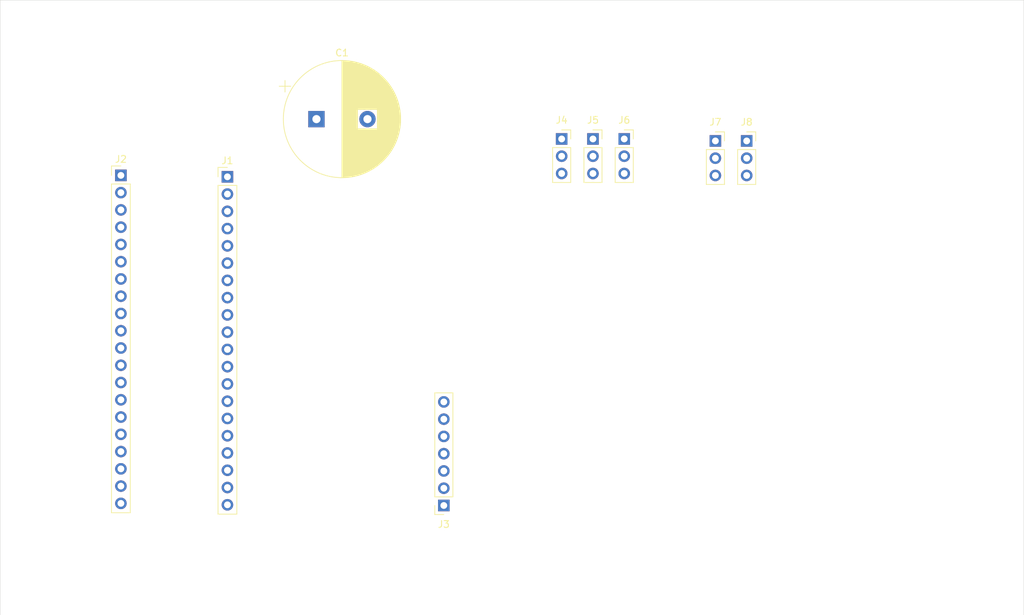
<source format=kicad_pcb>
(kicad_pcb (version 20241229) (generator "pcbnew") (generator_version "9.0")
  (layers (0 "F.Cu" signal) (2 "B.Cu" signal) (13 "F.Paste" user) (15 "B.Paste" user) (5 "F.SilkS" user "F.Silkscreen") (7 "B.SilkS" user "B.Silkscreen") (1 "F.Mask" user) (3 "B.Mask" user) (25 "Edge.Cuts" user))
  (net 0 "")
  (footprint "Connector_PinHeader_2.54mm:PinHeader_1x20_P2.54mm_Vertical" (layer "F.Cu") (at 103.41 54.74)
    (property "Reference" "J1" (at 0 -2.38 0) (layer "F.SilkS"))
    (property "Value" "Blue Pill - 1")
    (fp_line (start -1.38 -1.38) (end 0 -1.38) (stroke (width 0.12)) (layer "F.SilkS"))
    (fp_line (start -1.38 0) (end -1.38 -1.38) (stroke (width 0.12)) (layer "F.SilkS"))
    (fp_line (start -1.38 1.27) (end -1.38 49.64) (stroke (width 0.12)) (layer "F.SilkS"))
    (fp_line (start -1.38 1.27) (end 1.38 1.27) (stroke (width 0.12)) (layer "F.SilkS"))
    (fp_line (start -1.38 49.64) (end 1.38 49.64) (stroke (width 0.12)) (layer "F.SilkS"))
    (fp_line (start 1.38 1.27) (end 1.38 49.64) (stroke (width 0.12)) (layer "F.SilkS"))
    (pad "1" thru_hole rect (at 0 0) (size 1.7 1.7) (drill 1) (layers "*.Cu" "*.Mask"))
    (pad "2" thru_hole circle (at 0 2.54) (size 1.7 1.7) (drill 1) (layers "*.Cu" "*.Mask"))
    (pad "3" thru_hole circle (at 0 5.08) (size 1.7 1.7) (drill 1) (layers "*.Cu" "*.Mask"))
    (pad "4" thru_hole circle (at 0 7.62) (size 1.7 1.7) (drill 1) (layers "*.Cu" "*.Mask"))
    (pad "5" thru_hole circle (at 0 10.16) (size 1.7 1.7) (drill 1) (layers "*.Cu" "*.Mask"))
    (pad "6" thru_hole circle (at 0 12.7) (size 1.7 1.7) (drill 1) (layers "*.Cu" "*.Mask"))
    (pad "7" thru_hole circle (at 0 15.24) (size 1.7 1.7) (drill 1) (layers "*.Cu" "*.Mask"))
    (pad "8" thru_hole circle (at 0 17.78) (size 1.7 1.7) (drill 1) (layers "*.Cu" "*.Mask"))
    (pad "9" thru_hole circle (at 0 20.32) (size 1.7 1.7) (drill 1) (layers "*.Cu" "*.Mask"))
    (pad "10" thru_hole circle (at 0 22.86) (size 1.7 1.7) (drill 1) (layers "*.Cu" "*.Mask"))
    (pad "11" thru_hole circle (at 0 25.4) (size 1.7 1.7) (drill 1) (layers "*.Cu" "*.Mask"))
    (pad "12" thru_hole circle (at 0 27.94) (size 1.7 1.7) (drill 1) (layers "*.Cu" "*.Mask"))
    (pad "13" thru_hole circle (at 0 30.48) (size 1.7 1.7) (drill 1) (layers "*.Cu" "*.Mask"))
    (pad "14" thru_hole circle (at 0 33.02) (size 1.7 1.7) (drill 1) (layers "*.Cu" "*.Mask"))
    (pad "15" thru_hole circle (at 0 35.56) (size 1.7 1.7) (drill 1) (layers "*.Cu" "*.Mask"))
    (pad "16" thru_hole circle (at 0 38.1) (size 1.7 1.7) (drill 1) (layers "*.Cu" "*.Mask"))
    (pad "17" thru_hole circle (at 0 40.64) (size 1.7 1.7) (drill 1) (layers "*.Cu" "*.Mask"))
    (pad "18" thru_hole circle (at 0 43.18) (size 1.7 1.7) (drill 1) (layers "*.Cu" "*.Mask"))
    (pad "19" thru_hole circle (at 0 45.72) (size 1.7 1.7) (drill 1) (layers "*.Cu" "*.Mask"))
    (pad "20" thru_hole circle (at 0 48.26) (size 1.7 1.7) (drill 1) (layers "*.Cu" "*.Mask"))
  )
  (footprint "Connector_PinSocket_2.54mm:PinSocket_1x03_P2.54mm_Vertical" (layer "F.Cu") (at 175.15 49.46)
    (property "Reference" "J7" (at 0 -2.77 0) (layer "F.SilkS"))
    (property "Value" "MQ-02")
    (fp_line (start -1.33 1.27) (end -1.33 6.41) (stroke (width 0.12)) (layer "F.SilkS"))
    (fp_line (start -1.33 1.27) (end 1.33 1.27) (stroke (width 0.12)) (layer "F.SilkS"))
    (fp_line (start -1.33 6.41) (end 1.33 6.41) (stroke (width 0.12)) (layer "F.SilkS"))
    (fp_line (start 0 -1.33) (end 1.33 -1.33) (stroke (width 0.12)) (layer "F.SilkS"))
    (fp_line (start 1.33 -1.33) (end 1.33 0) (stroke (width 0.12)) (layer "F.SilkS"))
    (fp_line (start 1.33 1.27) (end 1.33 6.41) (stroke (width 0.12)) (layer "F.SilkS"))
    (pad "1" thru_hole rect (at 0 0) (size 1.7 1.7) (drill 1) (layers "*.Cu" "*.Mask"))
    (pad "2" thru_hole circle (at 0 2.54) (size 1.7 1.7) (drill 1) (layers "*.Cu" "*.Mask"))
    (pad "3" thru_hole circle (at 0 5.08) (size 1.7 1.7) (drill 1) (layers "*.Cu" "*.Mask"))
  )
  (footprint "Connector_PinSocket_2.54mm:PinSocket_1x03_P2.54mm_Vertical" (layer "F.Cu") (at 157.15 49.17)
    (property "Reference" "J5" (at 0 -2.77 0) (layer "F.SilkS"))
    (property "Value" "DHT11")
    (fp_line (start -1.33 1.27) (end -1.33 6.41) (stroke (width 0.12)) (layer "F.SilkS"))
    (fp_line (start -1.33 1.27) (end 1.33 1.27) (stroke (width 0.12)) (layer "F.SilkS"))
    (fp_line (start -1.33 6.41) (end 1.33 6.41) (stroke (width 0.12)) (layer "F.SilkS"))
    (fp_line (start 0 -1.33) (end 1.33 -1.33) (stroke (width 0.12)) (layer "F.SilkS"))
    (fp_line (start 1.33 -1.33) (end 1.33 0) (stroke (width 0.12)) (layer "F.SilkS"))
    (fp_line (start 1.33 1.27) (end 1.33 6.41) (stroke (width 0.12)) (layer "F.SilkS"))
    (pad "1" thru_hole rect (at 0 0) (size 1.7 1.7) (drill 1) (layers "*.Cu" "*.Mask"))
    (pad "2" thru_hole circle (at 0 2.54) (size 1.7 1.7) (drill 1) (layers "*.Cu" "*.Mask"))
    (pad "3" thru_hole circle (at 0 5.08) (size 1.7 1.7) (drill 1) (layers "*.Cu" "*.Mask"))
  )
  (footprint "Connector_PinSocket_2.54mm:PinSocket_1x07_P2.54mm_Vertical" (layer "F.Cu") (at 135.225 103.1 180)
    (property "Reference" "J3" (at 0 -2.77 0) (layer "F.SilkS"))
    (property "Value" "SIM800L")
    (fp_line (start 1.33 1.27) (end 1.33 16.57) (stroke (width 0.12)) (layer "F.SilkS"))
    (fp_line (start 1.33 -1.33) (end 1.33 0) (stroke (width 0.12)) (layer "F.SilkS"))
    (fp_line (start 0 -1.33) (end 1.33 -1.33) (stroke (width 0.12)) (layer "F.SilkS"))
    (fp_line (start -1.33 16.57) (end 1.33 16.57) (stroke (width 0.12)) (layer "F.SilkS"))
    (fp_line (start -1.33 1.27) (end 1.33 1.27) (stroke (width 0.12)) (layer "F.SilkS"))
    (fp_line (start -1.33 1.27) (end -1.33 16.57) (stroke (width 0.12)) (layer "F.SilkS"))
    (pad "1" thru_hole rect (at 0 0 180) (size 1.7 1.7) (drill 1) (layers "*.Cu" "*.Mask"))
    (pad "2" thru_hole circle (at 0 2.54 180) (size 1.7 1.7) (drill 1) (layers "*.Cu" "*.Mask"))
    (pad "3" thru_hole circle (at 0 5.08 180) (size 1.7 1.7) (drill 1) (layers "*.Cu" "*.Mask"))
    (pad "4" thru_hole circle (at 0 7.62 180) (size 1.7 1.7) (drill 1) (layers "*.Cu" "*.Mask"))
    (pad "5" thru_hole circle (at 0 10.16 180) (size 1.7 1.7) (drill 1) (layers "*.Cu" "*.Mask"))
    (pad "6" thru_hole circle (at 0 12.7 180) (size 1.7 1.7) (drill 1) (layers "*.Cu" "*.Mask"))
    (pad "7" thru_hole circle (at 0 15.24 180) (size 1.7 1.7) (drill 1) (layers "*.Cu" "*.Mask"))
  )
  (footprint "Connector_PinSocket_2.54mm:PinSocket_1x03_P2.54mm_Vertical" (layer "F.Cu") (at 152.55 49.17)
    (property "Reference" "J4" (at 0 -2.77 0) (layer "F.SilkS"))
    (property "Value" "DS18B20")
    (fp_line (start -1.33 1.27) (end -1.33 6.41) (stroke (width 0.12)) (layer "F.SilkS"))
    (fp_line (start -1.33 1.27) (end 1.33 1.27) (stroke (width 0.12)) (layer "F.SilkS"))
    (fp_line (start -1.33 6.41) (end 1.33 6.41) (stroke (width 0.12)) (layer "F.SilkS"))
    (fp_line (start 0 -1.33) (end 1.33 -1.33) (stroke (width 0.12)) (layer "F.SilkS"))
    (fp_line (start 1.33 -1.33) (end 1.33 0) (stroke (width 0.12)) (layer "F.SilkS"))
    (fp_line (start 1.33 1.27) (end 1.33 6.41) (stroke (width 0.12)) (layer "F.SilkS"))
    (pad "1" thru_hole rect (at 0 0) (size 1.7 1.7) (drill 1) (layers "*.Cu" "*.Mask"))
    (pad "2" thru_hole circle (at 0 2.54) (size 1.7 1.7) (drill 1) (layers "*.Cu" "*.Mask"))
    (pad "3" thru_hole circle (at 0 5.08) (size 1.7 1.7) (drill 1) (layers "*.Cu" "*.Mask"))
  )
  (footprint "Connector_PinSocket_2.54mm:PinSocket_1x03_P2.54mm_Vertical" (layer "F.Cu") (at 179.75 49.46)
    (property "Reference" "J8" (at 0 -2.77 0) (layer "F.SilkS"))
    (property "Value" "FC-37")
    (fp_line (start -1.33 1.27) (end -1.33 6.41) (stroke (width 0.12)) (layer "F.SilkS"))
    (fp_line (start -1.33 1.27) (end 1.33 1.27) (stroke (width 0.12)) (layer "F.SilkS"))
    (fp_line (start -1.33 6.41) (end 1.33 6.41) (stroke (width 0.12)) (layer "F.SilkS"))
    (fp_line (start 0 -1.33) (end 1.33 -1.33) (stroke (width 0.12)) (layer "F.SilkS"))
    (fp_line (start 1.33 -1.33) (end 1.33 0) (stroke (width 0.12)) (layer "F.SilkS"))
    (fp_line (start 1.33 1.27) (end 1.33 6.41) (stroke (width 0.12)) (layer "F.SilkS"))
    (pad "1" thru_hole rect (at 0 0) (size 1.7 1.7) (drill 1) (layers "*.Cu" "*.Mask"))
    (pad "2" thru_hole circle (at 0 2.54) (size 1.7 1.7) (drill 1) (layers "*.Cu" "*.Mask"))
    (pad "3" thru_hole circle (at 0 5.08) (size 1.7 1.7) (drill 1) (layers "*.Cu" "*.Mask"))
  )
  (footprint "Capacitor_THT:CP_Radial_D17.0mm_P7.50mm" (layer "F.Cu") (at 116.5 46.25)
    (property "Reference" "C1" (at 3.75 -9.75 0) (layer "F.SilkS"))
    (property "Value" "C_Polarized")
    (fp_line (start -5.474466 -4.835) (end -3.774466 -4.835) (stroke (width 0.12)) (layer "F.SilkS"))
    (fp_line (start -4.624466 -5.685) (end -4.624466 -3.985) (stroke (width 0.12)) (layer "F.SilkS"))
    (fp_line (start 3.75 -8.58) (end 3.75 8.58) (stroke (width 0.12)) (layer "F.SilkS"))
    (fp_line (start 3.79 -8.58) (end 3.79 8.58) (stroke (width 0.12)) (layer "F.SilkS"))
    (fp_line (start 3.83 -8.58) (end 3.83 8.58) (stroke (width 0.12)) (layer "F.SilkS"))
    (fp_line (start 3.87 -8.579) (end 3.87 8.579) (stroke (width 0.12)) (layer "F.SilkS"))
    (fp_line (start 3.91 -8.579) (end 3.91 8.579) (stroke (width 0.12)) (layer "F.SilkS"))
    (fp_line (start 3.95 -8.578) (end 3.95 8.578) (stroke (width 0.12)) (layer "F.SilkS"))
    (fp_line (start 3.99 -8.577) (end 3.99 8.577) (stroke (width 0.12)) (layer "F.SilkS"))
    (fp_line (start 4.03 -8.575) (end 4.03 8.575) (stroke (width 0.12)) (layer "F.SilkS"))
    (fp_line (start 4.07 -8.574) (end 4.07 8.574) (stroke (width 0.12)) (layer "F.SilkS"))
    (fp_line (start 4.11 -8.572) (end 4.11 8.572) (stroke (width 0.12)) (layer "F.SilkS"))
    (fp_line (start 4.15 -8.571) (end 4.15 8.571) (stroke (width 0.12)) (layer "F.SilkS"))
    (fp_line (start 4.19 -8.569) (end 4.19 8.569) (stroke (width 0.12)) (layer "F.SilkS"))
    (fp_line (start 4.23 -8.567) (end 4.23 8.567) (stroke (width 0.12)) (layer "F.SilkS"))
    (fp_line (start 4.27 -8.564) (end 4.27 8.564) (stroke (width 0.12)) (layer "F.SilkS"))
    (fp_line (start 4.31 -8.562) (end 4.31 8.562) (stroke (width 0.12)) (layer "F.SilkS"))
    (fp_line (start 4.35 -8.559) (end 4.35 8.559) (stroke (width 0.12)) (layer "F.SilkS"))
    (fp_line (start 4.39 -8.556) (end 4.39 8.556) (stroke (width 0.12)) (layer "F.SilkS"))
    (fp_line (start 4.43 -8.553) (end 4.43 8.553) (stroke (width 0.12)) (layer "F.SilkS"))
    (fp_line (start 4.47 -8.55) (end 4.47 8.55) (stroke (width 0.12)) (layer "F.SilkS"))
    (fp_line (start 4.51 -8.546) (end 4.51 8.546) (stroke (width 0.12)) (layer "F.SilkS"))
    (fp_line (start 4.55 -8.543) (end 4.55 8.543) (stroke (width 0.12)) (layer "F.SilkS"))
    (fp_line (start 4.59 -8.539) (end 4.59 8.539) (stroke (width 0.12)) (layer "F.SilkS"))
    (fp_line (start 4.63 -8.535) (end 4.63 8.535) (stroke (width 0.12)) (layer "F.SilkS"))
    (fp_line (start 4.67 -8.531) (end 4.67 8.531) (stroke (width 0.12)) (layer "F.SilkS"))
    (fp_line (start 4.71 -8.526) (end 4.71 8.526) (stroke (width 0.12)) (layer "F.SilkS"))
    (fp_line (start 4.75 -8.522) (end 4.75 8.522) (stroke (width 0.12)) (layer "F.SilkS"))
    (fp_line (start 4.79 -8.517) (end 4.79 8.517) (stroke (width 0.12)) (layer "F.SilkS"))
    (fp_line (start 4.83 -8.512) (end 4.83 8.512) (stroke (width 0.12)) (layer "F.SilkS"))
    (fp_line (start 4.87 -8.507) (end 4.87 8.507) (stroke (width 0.12)) (layer "F.SilkS"))
    (fp_line (start 4.91 -8.502) (end 4.91 8.502) (stroke (width 0.12)) (layer "F.SilkS"))
    (fp_line (start 4.95 -8.496) (end 4.95 8.496) (stroke (width 0.12)) (layer "F.SilkS"))
    (fp_line (start 4.99 -8.49) (end 4.99 8.49) (stroke (width 0.12)) (layer "F.SilkS"))
    (fp_line (start 5.03 -8.484) (end 5.03 8.484) (stroke (width 0.12)) (layer "F.SilkS"))
    (fp_line (start 5.07 -8.478) (end 5.07 8.478) (stroke (width 0.12)) (layer "F.SilkS"))
    (fp_line (start 5.11 -8.472) (end 5.11 8.472) (stroke (width 0.12)) (layer "F.SilkS"))
    (fp_line (start 5.15 -8.466) (end 5.15 8.466) (stroke (width 0.12)) (layer "F.SilkS"))
    (fp_line (start 5.19 -8.459) (end 5.19 8.459) (stroke (width 0.12)) (layer "F.SilkS"))
    (fp_line (start 5.23 -8.452) (end 5.23 8.452) (stroke (width 0.12)) (layer "F.SilkS"))
    (fp_line (start 5.27 -8.445) (end 5.27 8.445) (stroke (width 0.12)) (layer "F.SilkS"))
    (fp_line (start 5.31 -8.438) (end 5.31 8.438) (stroke (width 0.12)) (layer "F.SilkS"))
    (fp_line (start 5.35 -8.43) (end 5.35 8.43) (stroke (width 0.12)) (layer "F.SilkS"))
    (fp_line (start 5.39 -8.423) (end 5.39 8.423) (stroke (width 0.12)) (layer "F.SilkS"))
    (fp_line (start 5.43 -8.415) (end 5.43 8.415) (stroke (width 0.12)) (layer "F.SilkS"))
    (fp_line (start 5.47 -8.407) (end 5.47 8.407) (stroke (width 0.12)) (layer "F.SilkS"))
    (fp_line (start 5.51 -8.398) (end 5.51 8.398) (stroke (width 0.12)) (layer "F.SilkS"))
    (fp_line (start 5.55 -8.39) (end 5.55 8.39) (stroke (width 0.12)) (layer "F.SilkS"))
    (fp_line (start 5.59 -8.381) (end 5.59 8.381) (stroke (width 0.12)) (layer "F.SilkS"))
    (fp_line (start 5.63 -8.372) (end 5.63 8.372) (stroke (width 0.12)) (layer "F.SilkS"))
    (fp_line (start 5.67 -8.363) (end 5.67 8.363) (stroke (width 0.12)) (layer "F.SilkS"))
    (fp_line (start 5.71 -8.354) (end 5.71 8.354) (stroke (width 0.12)) (layer "F.SilkS"))
    (fp_line (start 5.75 -8.345) (end 5.75 8.345) (stroke (width 0.12)) (layer "F.SilkS"))
    (fp_line (start 5.79 -8.335) (end 5.79 8.335) (stroke (width 0.12)) (layer "F.SilkS"))
    (fp_line (start 5.83 -8.325) (end 5.83 8.325) (stroke (width 0.12)) (layer "F.SilkS"))
    (fp_line (start 5.87 -8.315) (end 5.87 8.315) (stroke (width 0.12)) (layer "F.SilkS"))
    (fp_line (start 5.91 -8.305) (end 5.91 8.305) (stroke (width 0.12)) (layer "F.SilkS"))
    (fp_line (start 5.95 -8.295) (end 5.95 8.295) (stroke (width 0.12)) (layer "F.SilkS"))
    (fp_line (start 5.99 -8.284) (end 5.99 8.284) (stroke (width 0.12)) (layer "F.SilkS"))
    (fp_line (start 6.03 -8.273) (end 6.03 8.273) (stroke (width 0.12)) (layer "F.SilkS"))
    (fp_line (start 6.07 -8.262) (end 6.07 -1.44) (stroke (width 0.12)) (layer "F.SilkS"))
    (fp_line (start 6.07 1.44) (end 6.07 8.262) (stroke (width 0.12)) (layer "F.SilkS"))
    (fp_line (start 6.11 -8.251) (end 6.11 -1.44) (stroke (width 0.12)) (layer "F.SilkS"))
    (fp_line (start 6.11 1.44) (end 6.11 8.251) (stroke (width 0.12)) (layer "F.SilkS"))
    (fp_line (start 6.15 -8.239) (end 6.15 -1.44) (stroke (width 0.12)) (layer "F.SilkS"))
    (fp_line (start 6.15 1.44) (end 6.15 8.239) (stroke (width 0.12)) (layer "F.SilkS"))
    (fp_line (start 6.19 -8.227) (end 6.19 -1.44) (stroke (width 0.12)) (layer "F.SilkS"))
    (fp_line (start 6.19 1.44) (end 6.19 8.227) (stroke (width 0.12)) (layer "F.SilkS"))
    (fp_line (start 6.23 -8.216) (end 6.23 -1.44) (stroke (width 0.12)) (layer "F.SilkS"))
    (fp_line (start 6.23 1.44) (end 6.23 8.216) (stroke (width 0.12)) (layer "F.SilkS"))
    (fp_line (start 6.27 -8.203) (end 6.27 -1.44) (stroke (width 0.12)) (layer "F.SilkS"))
    (fp_line (start 6.27 1.44) (end 6.27 8.203) (stroke (width 0.12)) (layer "F.SilkS"))
    (fp_line (start 6.31 -8.191) (end 6.31 -1.44) (stroke (width 0.12)) (layer "F.SilkS"))
    (fp_line (start 6.31 1.44) (end 6.31 8.191) (stroke (width 0.12)) (layer "F.SilkS"))
    (fp_line (start 6.35 -8.179) (end 6.35 -1.44) (stroke (width 0.12)) (layer "F.SilkS"))
    (fp_line (start 6.35 1.44) (end 6.35 8.179) (stroke (width 0.12)) (layer "F.SilkS"))
    (fp_line (start 6.39 -8.166) (end 6.39 -1.44) (stroke (width 0.12)) (layer "F.SilkS"))
    (fp_line (start 6.39 1.44) (end 6.39 8.166) (stroke (width 0.12)) (layer "F.SilkS"))
    (fp_line (start 6.43 -8.153) (end 6.43 -1.44) (stroke (width 0.12)) (layer "F.SilkS"))
    (fp_line (start 6.43 1.44) (end 6.43 8.153) (stroke (width 0.12)) (layer "F.SilkS"))
    (fp_line (start 6.47 -8.14) (end 6.47 -1.44) (stroke (width 0.12)) (layer "F.SilkS"))
    (fp_line (start 6.47 1.44) (end 6.47 8.14) (stroke (width 0.12)) (layer "F.SilkS"))
    (fp_line (start 6.51 -8.126) (end 6.51 -1.44) (stroke (width 0.12)) (layer "F.SilkS"))
    (fp_line (start 6.51 1.44) (end 6.51 8.126) (stroke (width 0.12)) (layer "F.SilkS"))
    (fp_line (start 6.55 -8.113) (end 6.55 -1.44) (stroke (width 0.12)) (layer "F.SilkS"))
    (fp_line (start 6.55 1.44) (end 6.55 8.113) (stroke (width 0.12)) (layer "F.SilkS"))
    (fp_line (start 6.59 -8.099) (end 6.59 -1.44) (stroke (width 0.12)) (layer "F.SilkS"))
    (fp_line (start 6.59 1.44) (end 6.59 8.099) (stroke (width 0.12)) (layer "F.SilkS"))
    (fp_line (start 6.63 -8.085) (end 6.63 -1.44) (stroke (width 0.12)) (layer "F.SilkS"))
    (fp_line (start 6.63 1.44) (end 6.63 8.085) (stroke (width 0.12)) (layer "F.SilkS"))
    (fp_line (start 6.67 -8.07) (end 6.67 -1.44) (stroke (width 0.12)) (layer "F.SilkS"))
    (fp_line (start 6.67 1.44) (end 6.67 8.07) (stroke (width 0.12)) (layer "F.SilkS"))
    (fp_line (start 6.71 -8.056) (end 6.71 -1.44) (stroke (width 0.12)) (layer "F.SilkS"))
    (fp_line (start 6.71 1.44) (end 6.71 8.056) (stroke (width 0.12)) (layer "F.SilkS"))
    (fp_line (start 6.75 -8.041) (end 6.75 -1.44) (stroke (width 0.12)) (layer "F.SilkS"))
    (fp_line (start 6.75 1.44) (end 6.75 8.041) (stroke (width 0.12)) (layer "F.SilkS"))
    (fp_line (start 6.79 -8.026) (end 6.79 -1.44) (stroke (width 0.12)) (layer "F.SilkS"))
    (fp_line (start 6.79 1.44) (end 6.79 8.026) (stroke (width 0.12)) (layer "F.SilkS"))
    (fp_line (start 6.83 -8.011) (end 6.83 -1.44) (stroke (width 0.12)) (layer "F.SilkS"))
    (fp_line (start 6.83 1.44) (end 6.83 8.011) (stroke (width 0.12)) (layer "F.SilkS"))
    (fp_line (start 6.87 -7.996) (end 6.87 -1.44) (stroke (width 0.12)) (layer "F.SilkS"))
    (fp_line (start 6.87 1.44) (end 6.87 7.996) (stroke (width 0.12)) (layer "F.SilkS"))
    (fp_line (start 6.91 -7.98) (end 6.91 -1.44) (stroke (width 0.12)) (layer "F.SilkS"))
    (fp_line (start 6.91 1.44) (end 6.91 7.98) (stroke (width 0.12)) (layer "F.SilkS"))
    (fp_line (start 6.95 -7.964) (end 6.95 -1.44) (stroke (width 0.12)) (layer "F.SilkS"))
    (fp_line (start 6.95 1.44) (end 6.95 7.964) (stroke (width 0.12)) (layer "F.SilkS"))
    (fp_line (start 6.99 -7.948) (end 6.99 -1.44) (stroke (width 0.12)) (layer "F.SilkS"))
    (fp_line (start 6.99 1.44) (end 6.99 7.948) (stroke (width 0.12)) (layer "F.SilkS"))
    (fp_line (start 7.03 -7.932) (end 7.03 -1.44) (stroke (width 0.12)) (layer "F.SilkS"))
    (fp_line (start 7.03 1.44) (end 7.03 7.932) (stroke (width 0.12)) (layer "F.SilkS"))
    (fp_line (start 7.07 -7.915) (end 7.07 -1.44) (stroke (width 0.12)) (layer "F.SilkS"))
    (fp_line (start 7.07 1.44) (end 7.07 7.915) (stroke (width 0.12)) (layer "F.SilkS"))
    (fp_line (start 7.11 -7.898) (end 7.11 -1.44) (stroke (width 0.12)) (layer "F.SilkS"))
    (fp_line (start 7.11 1.44) (end 7.11 7.898) (stroke (width 0.12)) (layer "F.SilkS"))
    (fp_line (start 7.15 -7.881) (end 7.15 -1.44) (stroke (width 0.12)) (layer "F.SilkS"))
    (fp_line (start 7.15 1.44) (end 7.15 7.881) (stroke (width 0.12)) (layer "F.SilkS"))
    (fp_line (start 7.19 -7.864) (end 7.19 -1.44) (stroke (width 0.12)) (layer "F.SilkS"))
    (fp_line (start 7.19 1.44) (end 7.19 7.864) (stroke (width 0.12)) (layer "F.SilkS"))
    (fp_line (start 7.23 -7.846) (end 7.23 -1.44) (stroke (width 0.12)) (layer "F.SilkS"))
    (fp_line (start 7.23 1.44) (end 7.23 7.846) (stroke (width 0.12)) (layer "F.SilkS"))
    (fp_line (start 7.27 -7.829) (end 7.27 -1.44) (stroke (width 0.12)) (layer "F.SilkS"))
    (fp_line (start 7.27 1.44) (end 7.27 7.829) (stroke (width 0.12)) (layer "F.SilkS"))
    (fp_line (start 7.31 -7.811) (end 7.31 -1.44) (stroke (width 0.12)) (layer "F.SilkS"))
    (fp_line (start 7.31 1.44) (end 7.31 7.811) (stroke (width 0.12)) (layer "F.SilkS"))
    (fp_line (start 7.35 -7.792) (end 7.35 -1.44) (stroke (width 0.12)) (layer "F.SilkS"))
    (fp_line (start 7.35 1.44) (end 7.35 7.792) (stroke (width 0.12)) (layer "F.SilkS"))
    (fp_line (start 7.39 -7.774) (end 7.39 -1.44) (stroke (width 0.12)) (layer "F.SilkS"))
    (fp_line (start 7.39 1.44) (end 7.39 7.774) (stroke (width 0.12)) (layer "F.SilkS"))
    (fp_line (start 7.43 -7.755) (end 7.43 -1.44) (stroke (width 0.12)) (layer "F.SilkS"))
    (fp_line (start 7.43 1.44) (end 7.43 7.755) (stroke (width 0.12)) (layer "F.SilkS"))
    (fp_line (start 7.47 -7.736) (end 7.47 -1.44) (stroke (width 0.12)) (layer "F.SilkS"))
    (fp_line (start 7.47 1.44) (end 7.47 7.736) (stroke (width 0.12)) (layer "F.SilkS"))
    (fp_line (start 7.51 -7.717) (end 7.51 -1.44) (stroke (width 0.12)) (layer "F.SilkS"))
    (fp_line (start 7.51 1.44) (end 7.51 7.717) (stroke (width 0.12)) (layer "F.SilkS"))
    (fp_line (start 7.55 -7.697) (end 7.55 -1.44) (stroke (width 0.12)) (layer "F.SilkS"))
    (fp_line (start 7.55 1.44) (end 7.55 7.697) (stroke (width 0.12)) (layer "F.SilkS"))
    (fp_line (start 7.59 -7.677) (end 7.59 -1.44) (stroke (width 0.12)) (layer "F.SilkS"))
    (fp_line (start 7.59 1.44) (end 7.59 7.677) (stroke (width 0.12)) (layer "F.SilkS"))
    (fp_line (start 7.63 -7.657) (end 7.63 -1.44) (stroke (width 0.12)) (layer "F.SilkS"))
    (fp_line (start 7.63 1.44) (end 7.63 7.657) (stroke (width 0.12)) (layer "F.SilkS"))
    (fp_line (start 7.67 -7.637) (end 7.67 -1.44) (stroke (width 0.12)) (layer "F.SilkS"))
    (fp_line (start 7.67 1.44) (end 7.67 7.637) (stroke (width 0.12)) (layer "F.SilkS"))
    (fp_line (start 7.71 -7.617) (end 7.71 -1.44) (stroke (width 0.12)) (layer "F.SilkS"))
    (fp_line (start 7.71 1.44) (end 7.71 7.617) (stroke (width 0.12)) (layer "F.SilkS"))
    (fp_line (start 7.75 -7.596) (end 7.75 -1.44) (stroke (width 0.12)) (layer "F.SilkS"))
    (fp_line (start 7.75 1.44) (end 7.75 7.596) (stroke (width 0.12)) (layer "F.SilkS"))
    (fp_line (start 7.79 -7.575) (end 7.79 -1.44) (stroke (width 0.12)) (layer "F.SilkS"))
    (fp_line (start 7.79 1.44) (end 7.79 7.575) (stroke (width 0.12)) (layer "F.SilkS"))
    (fp_line (start 7.83 -7.553) (end 7.83 -1.44) (stroke (width 0.12)) (layer "F.SilkS"))
    (fp_line (start 7.83 1.44) (end 7.83 7.553) (stroke (width 0.12)) (layer "F.SilkS"))
    (fp_line (start 7.87 -7.532) (end 7.87 -1.44) (stroke (width 0.12)) (layer "F.SilkS"))
    (fp_line (start 7.87 1.44) (end 7.87 7.532) (stroke (width 0.12)) (layer "F.SilkS"))
    (fp_line (start 7.91 -7.51) (end 7.91 -1.44) (stroke (width 0.12)) (layer "F.SilkS"))
    (fp_line (start 7.91 1.44) (end 7.91 7.51) (stroke (width 0.12)) (layer "F.SilkS"))
    (fp_line (start 7.95 -7.488) (end 7.95 -1.44) (stroke (width 0.12)) (layer "F.SilkS"))
    (fp_line (start 7.95 1.44) (end 7.95 7.488) (stroke (width 0.12)) (layer "F.SilkS"))
    (fp_line (start 7.99 -7.465) (end 7.99 -1.44) (stroke (width 0.12)) (layer "F.SilkS"))
    (fp_line (start 7.99 1.44) (end 7.99 7.465) (stroke (width 0.12)) (layer "F.SilkS"))
    (fp_line (start 8.03 -7.442) (end 8.03 -1.44) (stroke (width 0.12)) (layer "F.SilkS"))
    (fp_line (start 8.03 1.44) (end 8.03 7.442) (stroke (width 0.12)) (layer "F.SilkS"))
    (fp_line (start 8.07 -7.419) (end 8.07 -1.44) (stroke (width 0.12)) (layer "F.SilkS"))
    (fp_line (start 8.07 1.44) (end 8.07 7.419) (stroke (width 0.12)) (layer "F.SilkS"))
    (fp_line (start 8.11 -7.396) (end 8.11 -1.44) (stroke (width 0.12)) (layer "F.SilkS"))
    (fp_line (start 8.11 1.44) (end 8.11 7.396) (stroke (width 0.12)) (layer "F.SilkS"))
    (fp_line (start 8.15 -7.372) (end 8.15 -1.44) (stroke (width 0.12)) (layer "F.SilkS"))
    (fp_line (start 8.15 1.44) (end 8.15 7.372) (stroke (width 0.12)) (layer "F.SilkS"))
    (fp_line (start 8.19 -7.349) (end 8.19 -1.44) (stroke (width 0.12)) (layer "F.SilkS"))
    (fp_line (start 8.19 1.44) (end 8.19 7.349) (stroke (width 0.12)) (layer "F.SilkS"))
    (fp_line (start 8.23 -7.324) (end 8.23 -1.44) (stroke (width 0.12)) (layer "F.SilkS"))
    (fp_line (start 8.23 1.44) (end 8.23 7.324) (stroke (width 0.12)) (layer "F.SilkS"))
    (fp_line (start 8.27 -7.3) (end 8.27 -1.44) (stroke (width 0.12)) (layer "F.SilkS"))
    (fp_line (start 8.27 1.44) (end 8.27 7.3) (stroke (width 0.12)) (layer "F.SilkS"))
    (fp_line (start 8.31 -7.275) (end 8.31 -1.44) (stroke (width 0.12)) (layer "F.SilkS"))
    (fp_line (start 8.31 1.44) (end 8.31 7.275) (stroke (width 0.12)) (layer "F.SilkS"))
    (fp_line (start 8.35 -7.25) (end 8.35 -1.44) (stroke (width 0.12)) (layer "F.SilkS"))
    (fp_line (start 8.35 1.44) (end 8.35 7.25) (stroke (width 0.12)) (layer "F.SilkS"))
    (fp_line (start 8.39 -7.225) (end 8.39 -1.44) (stroke (width 0.12)) (layer "F.SilkS"))
    (fp_line (start 8.39 1.44) (end 8.39 7.225) (stroke (width 0.12)) (layer "F.SilkS"))
    (fp_line (start 8.43 -7.199) (end 8.43 -1.44) (stroke (width 0.12)) (layer "F.SilkS"))
    (fp_line (start 8.43 1.44) (end 8.43 7.199) (stroke (width 0.12)) (layer "F.SilkS"))
    (fp_line (start 8.47 -7.173) (end 8.47 -1.44) (stroke (width 0.12)) (layer "F.SilkS"))
    (fp_line (start 8.47 1.44) (end 8.47 7.173) (stroke (width 0.12)) (layer "F.SilkS"))
    (fp_line (start 8.51 -7.147) (end 8.51 -1.44) (stroke (width 0.12)) (layer "F.SilkS"))
    (fp_line (start 8.51 1.44) (end 8.51 7.147) (stroke (width 0.12)) (layer "F.SilkS"))
    (fp_line (start 8.55 -7.12) (end 8.55 -1.44) (stroke (width 0.12)) (layer "F.SilkS"))
    (fp_line (start 8.55 1.44) (end 8.55 7.12) (stroke (width 0.12)) (layer "F.SilkS"))
    (fp_line (start 8.59 -7.093) (end 8.59 -1.44) (stroke (width 0.12)) (layer "F.SilkS"))
    (fp_line (start 8.59 1.44) (end 8.59 7.093) (stroke (width 0.12)) (layer "F.SilkS"))
    (fp_line (start 8.63 -7.066) (end 8.63 -1.44) (stroke (width 0.12)) (layer "F.SilkS"))
    (fp_line (start 8.63 1.44) (end 8.63 7.066) (stroke (width 0.12)) (layer "F.SilkS"))
    (fp_line (start 8.67 -7.038) (end 8.67 -1.44) (stroke (width 0.12)) (layer "F.SilkS"))
    (fp_line (start 8.67 1.44) (end 8.67 7.038) (stroke (width 0.12)) (layer "F.SilkS"))
    (fp_line (start 8.71 -7.01) (end 8.71 -1.44) (stroke (width 0.12)) (layer "F.SilkS"))
    (fp_line (start 8.71 1.44) (end 8.71 7.01) (stroke (width 0.12)) (layer "F.SilkS"))
    (fp_line (start 8.75 -6.982) (end 8.75 -1.44) (stroke (width 0.12)) (layer "F.SilkS"))
    (fp_line (start 8.75 1.44) (end 8.75 6.982) (stroke (width 0.12)) (layer "F.SilkS"))
    (fp_line (start 8.79 -6.953) (end 8.79 -1.44) (stroke (width 0.12)) (layer "F.SilkS"))
    (fp_line (start 8.79 1.44) (end 8.79 6.953) (stroke (width 0.12)) (layer "F.SilkS"))
    (fp_line (start 8.83 -6.924) (end 8.83 -1.44) (stroke (width 0.12)) (layer "F.SilkS"))
    (fp_line (start 8.83 1.44) (end 8.83 6.924) (stroke (width 0.12)) (layer "F.SilkS"))
    (fp_line (start 8.87 -6.895) (end 8.87 -1.44) (stroke (width 0.12)) (layer "F.SilkS"))
    (fp_line (start 8.87 1.44) (end 8.87 6.895) (stroke (width 0.12)) (layer "F.SilkS"))
    (fp_line (start 8.91 -6.865) (end 8.91 -1.44) (stroke (width 0.12)) (layer "F.SilkS"))
    (fp_line (start 8.91 1.44) (end 8.91 6.865) (stroke (width 0.12)) (layer "F.SilkS"))
    (fp_line (start 8.95 -6.835) (end 8.95 6.835) (stroke (width 0.12)) (layer "F.SilkS"))
    (fp_line (start 8.99 -6.804) (end 8.99 6.804) (stroke (width 0.12)) (layer "F.SilkS"))
    (fp_line (start 9.03 -6.774) (end 9.03 6.774) (stroke (width 0.12)) (layer "F.SilkS"))
    (fp_line (start 9.07 -6.742) (end 9.07 6.742) (stroke (width 0.12)) (layer "F.SilkS"))
    (fp_line (start 9.11 -6.711) (end 9.11 6.711) (stroke (width 0.12)) (layer "F.SilkS"))
    (fp_line (start 9.15 -6.679) (end 9.15 6.679) (stroke (width 0.12)) (layer "F.SilkS"))
    (fp_line (start 9.19 -6.647) (end 9.19 6.647) (stroke (width 0.12)) (layer "F.SilkS"))
    (fp_line (start 9.23 -6.614) (end 9.23 6.614) (stroke (width 0.12)) (layer "F.SilkS"))
    (fp_line (start 9.27 -6.581) (end 9.27 6.581) (stroke (width 0.12)) (layer "F.SilkS"))
    (fp_line (start 9.31 -6.547) (end 9.31 6.547) (stroke (width 0.12)) (layer "F.SilkS"))
    (fp_line (start 9.35 -6.513) (end 9.35 6.513) (stroke (width 0.12)) (layer "F.SilkS"))
    (fp_line (start 9.39 -6.479) (end 9.39 6.479) (stroke (width 0.12)) (layer "F.SilkS"))
    (fp_line (start 9.43 -6.444) (end 9.43 6.444) (stroke (width 0.12)) (layer "F.SilkS"))
    (fp_line (start 9.47 -6.409) (end 9.47 6.409) (stroke (width 0.12)) (layer "F.SilkS"))
    (fp_line (start 9.51 -6.373) (end 9.51 6.373) (stroke (width 0.12)) (layer "F.SilkS"))
    (fp_line (start 9.55 -6.337) (end 9.55 6.337) (stroke (width 0.12)) (layer "F.SilkS"))
    (fp_line (start 9.59 -6.3) (end 9.59 6.3) (stroke (width 0.12)) (layer "F.SilkS"))
    (fp_line (start 9.63 -6.263) (end 9.63 6.263) (stroke (width 0.12)) (layer "F.SilkS"))
    (fp_line (start 9.67 -6.226) (end 9.67 6.226) (stroke (width 0.12)) (layer "F.SilkS"))
    (fp_line (start 9.71 -6.188) (end 9.71 6.188) (stroke (width 0.12)) (layer "F.SilkS"))
    (fp_line (start 9.75 -6.149) (end 9.75 6.149) (stroke (width 0.12)) (layer "F.SilkS"))
    (fp_line (start 9.79 -6.11) (end 9.79 6.11) (stroke (width 0.12)) (layer "F.SilkS"))
    (fp_line (start 9.83 -6.07) (end 9.83 6.07) (stroke (width 0.12)) (layer "F.SilkS"))
    (fp_line (start 9.87 -6.03) (end 9.87 6.03) (stroke (width 0.12)) (layer "F.SilkS"))
    (fp_line (start 9.91 -5.99) (end 9.91 5.99) (stroke (width 0.12)) (layer "F.SilkS"))
    (fp_line (start 9.95 -5.949) (end 9.95 5.949) (stroke (width 0.12)) (layer "F.SilkS"))
    (fp_line (start 9.99 -5.907) (end 9.99 5.907) (stroke (width 0.12)) (layer "F.SilkS"))
    (fp_line (start 10.03 -5.865) (end 10.03 5.865) (stroke (width 0.12)) (layer "F.SilkS"))
    (fp_line (start 10.07 -5.822) (end 10.07 5.822) (stroke (width 0.12)) (layer "F.SilkS"))
    (fp_line (start 10.11 -5.778) (end 10.11 5.778) (stroke (width 0.12)) (layer "F.SilkS"))
    (fp_line (start 10.15 -5.734) (end 10.15 5.734) (stroke (width 0.12)) (layer "F.SilkS"))
    (fp_line (start 10.19 -5.69) (end 10.19 5.69) (stroke (width 0.12)) (layer "F.SilkS"))
    (fp_line (start 10.23 -5.645) (end 10.23 5.645) (stroke (width 0.12)) (layer "F.SilkS"))
    (fp_line (start 10.27 -5.599) (end 10.27 5.599) (stroke (width 0.12)) (layer "F.SilkS"))
    (fp_line (start 10.31 -5.552) (end 10.31 5.552) (stroke (width 0.12)) (layer "F.SilkS"))
    (fp_line (start 10.35 -5.505) (end 10.35 5.505) (stroke (width 0.12)) (layer "F.SilkS"))
    (fp_line (start 10.39 -5.457) (end 10.39 5.457) (stroke (width 0.12)) (layer "F.SilkS"))
    (fp_line (start 10.43 -5.408) (end 10.43 5.408) (stroke (width 0.12)) (layer "F.SilkS"))
    (fp_line (start 10.47 -5.359) (end 10.47 5.359) (stroke (width 0.12)) (layer "F.SilkS"))
    (fp_line (start 10.51 -5.309) (end 10.51 5.309) (stroke (width 0.12)) (layer "F.SilkS"))
    (fp_line (start 10.55 -5.258) (end 10.55 5.258) (stroke (width 0.12)) (layer "F.SilkS"))
    (fp_line (start 10.59 -5.206) (end 10.59 5.206) (stroke (width 0.12)) (layer "F.SilkS"))
    (fp_line (start 10.63 -5.153) (end 10.63 5.153) (stroke (width 0.12)) (layer "F.SilkS"))
    (fp_line (start 10.67 -5.1) (end 10.67 5.1) (stroke (width 0.12)) (layer "F.SilkS"))
    (fp_line (start 10.71 -5.046) (end 10.71 5.046) (stroke (width 0.12)) (layer "F.SilkS"))
    (fp_line (start 10.75 -4.99) (end 10.75 4.99) (stroke (width 0.12)) (layer "F.SilkS"))
    (fp_line (start 10.79 -4.934) (end 10.79 4.934) (stroke (width 0.12)) (layer "F.SilkS"))
    (fp_line (start 10.83 -4.877) (end 10.83 4.877) (stroke (width 0.12)) (layer "F.SilkS"))
    (fp_line (start 10.87 -4.819) (end 10.87 4.819) (stroke (width 0.12)) (layer "F.SilkS"))
    (fp_line (start 10.91 -4.76) (end 10.91 4.76) (stroke (width 0.12)) (layer "F.SilkS"))
    (fp_line (start 10.95 -4.7) (end 10.95 4.7) (stroke (width 0.12)) (layer "F.SilkS"))
    (fp_line (start 10.99 -4.638) (end 10.99 4.638) (stroke (width 0.12)) (layer "F.SilkS"))
    (fp_line (start 11.03 -4.576) (end 11.03 4.576) (stroke (width 0.12)) (layer "F.SilkS"))
    (fp_line (start 11.07 -4.512) (end 11.07 4.512) (stroke (width 0.12)) (layer "F.SilkS"))
    (fp_line (start 11.11 -4.447) (end 11.11 4.447) (stroke (width 0.12)) (layer "F.SilkS"))
    (fp_line (start 11.15 -4.381) (end 11.15 4.381) (stroke (width 0.12)) (layer "F.SilkS"))
    (fp_line (start 11.19 -4.313) (end 11.19 4.313) (stroke (width 0.12)) (layer "F.SilkS"))
    (fp_line (start 11.23 -4.244) (end 11.23 4.244) (stroke (width 0.12)) (layer "F.SilkS"))
    (fp_line (start 11.27 -4.174) (end 11.27 4.174) (stroke (width 0.12)) (layer "F.SilkS"))
    (fp_line (start 11.31 -4.101) (end 11.31 4.101) (stroke (width 0.12)) (layer "F.SilkS"))
    (fp_line (start 11.35 -4.027) (end 11.35 4.027) (stroke (width 0.12)) (layer "F.SilkS"))
    (fp_line (start 11.39 -3.952) (end 11.39 3.952) (stroke (width 0.12)) (layer "F.SilkS"))
    (fp_line (start 11.43 -3.874) (end 11.43 3.874) (stroke (width 0.12)) (layer "F.SilkS"))
    (fp_line (start 11.47 -3.795) (end 11.47 3.795) (stroke (width 0.12)) (layer "F.SilkS"))
    (fp_line (start 11.51 -3.713) (end 11.51 3.713) (stroke (width 0.12)) (layer "F.SilkS"))
    (fp_line (start 11.55 -3.629) (end 11.55 3.629) (stroke (width 0.12)) (layer "F.SilkS"))
    (fp_line (start 11.59 -3.543) (end 11.59 3.543) (stroke (width 0.12)) (layer "F.SilkS"))
    (fp_line (start 11.63 -3.454) (end 11.63 3.454) (stroke (width 0.12)) (layer "F.SilkS"))
    (fp_line (start 11.67 -3.363) (end 11.67 3.363) (stroke (width 0.12)) (layer "F.SilkS"))
    (fp_line (start 11.71 -3.268) (end 11.71 3.268) (stroke (width 0.12)) (layer "F.SilkS"))
    (fp_line (start 11.75 -3.17) (end 11.75 3.17) (stroke (width 0.12)) (layer "F.SilkS"))
    (fp_line (start 11.79 -3.069) (end 11.79 3.069) (stroke (width 0.12)) (layer "F.SilkS"))
    (fp_line (start 11.83 -2.963) (end 11.83 2.963) (stroke (width 0.12)) (layer "F.SilkS"))
    (fp_line (start 11.87 -2.853) (end 11.87 2.853) (stroke (width 0.12)) (layer "F.SilkS"))
    (fp_line (start 11.91 -2.738) (end 11.91 2.738) (stroke (width 0.12)) (layer "F.SilkS"))
    (fp_line (start 11.95 -2.618) (end 11.95 2.618) (stroke (width 0.12)) (layer "F.SilkS"))
    (fp_line (start 11.99 -2.491) (end 11.99 2.491) (stroke (width 0.12)) (layer "F.SilkS"))
    (fp_line (start 12.03 -2.357) (end 12.03 2.357) (stroke (width 0.12)) (layer "F.SilkS"))
    (fp_line (start 12.07 -2.214) (end 12.07 2.214) (stroke (width 0.12)) (layer "F.SilkS"))
    (fp_line (start 12.11 -2.061) (end 12.11 2.061) (stroke (width 0.12)) (layer "F.SilkS"))
    (fp_line (start 12.15 -1.895) (end 12.15 1.895) (stroke (width 0.12)) (layer "F.SilkS"))
    (fp_line (start 12.19 -1.712) (end 12.19 1.712) (stroke (width 0.12)) (layer "F.SilkS"))
    (fp_line (start 12.23 -1.507) (end 12.23 1.507) (stroke (width 0.12)) (layer "F.SilkS"))
    (fp_line (start 12.27 -1.269) (end 12.27 1.269) (stroke (width 0.12)) (layer "F.SilkS"))
    (fp_line (start 12.31 -0.975) (end 12.31 0.975) (stroke (width 0.12)) (layer "F.SilkS"))
    (fp_line (start 12.35 -0.547) (end 12.35 0.547) (stroke (width 0.12)) (layer "F.SilkS"))
    (fp_circle (center 3.75 0) (end 12.37 0) (stroke (width 0.12)) (fill no) (layer "F.SilkS"))
    (pad "1" thru_hole rect (at 0 0) (size 2.4 2.4) (drill 1.2) (layers "*.Cu" "*.Mask"))
    (pad "2" thru_hole circle (at 7.5 0) (size 2.4 2.4) (drill 1.2) (layers "*.Cu" "*.Mask"))
  )
  (footprint "Connector_PinSocket_2.54mm:PinSocket_1x03_P2.54mm_Vertical" (layer "F.Cu") (at 161.75 49.17)
    (property "Reference" "J6" (at 0 -2.77 0) (layer "F.SilkS"))
    (property "Value" "FC-28")
    (fp_line (start -1.33 1.27) (end -1.33 6.41) (stroke (width 0.12)) (layer "F.SilkS"))
    (fp_line (start -1.33 1.27) (end 1.33 1.27) (stroke (width 0.12)) (layer "F.SilkS"))
    (fp_line (start -1.33 6.41) (end 1.33 6.41) (stroke (width 0.12)) (layer "F.SilkS"))
    (fp_line (start 0 -1.33) (end 1.33 -1.33) (stroke (width 0.12)) (layer "F.SilkS"))
    (fp_line (start 1.33 -1.33) (end 1.33 0) (stroke (width 0.12)) (layer "F.SilkS"))
    (fp_line (start 1.33 1.27) (end 1.33 6.41) (stroke (width 0.12)) (layer "F.SilkS"))
    (pad "1" thru_hole rect (at 0 0) (size 1.7 1.7) (drill 1) (layers "*.Cu" "*.Mask"))
    (pad "2" thru_hole circle (at 0 2.54) (size 1.7 1.7) (drill 1) (layers "*.Cu" "*.Mask"))
    (pad "3" thru_hole circle (at 0 5.08) (size 1.7 1.7) (drill 1) (layers "*.Cu" "*.Mask"))
  )
  (footprint "Connector_PinHeader_2.54mm:PinHeader_1x20_P2.54mm_Vertical" (layer "F.Cu") (at 87.75 54.53)
    (property "Reference" "J2" (at 0 -2.38 0) (layer "F.SilkS"))
    (property "Value" "Blue Pill - 2")
    (fp_line (start -1.38 -1.38) (end 0 -1.38) (stroke (width 0.12)) (layer "F.SilkS"))
    (fp_line (start -1.38 0) (end -1.38 -1.38) (stroke (width 0.12)) (layer "F.SilkS"))
    (fp_line (start -1.38 1.27) (end -1.38 49.64) (stroke (width 0.12)) (layer "F.SilkS"))
    (fp_line (start -1.38 1.27) (end 1.38 1.27) (stroke (width 0.12)) (layer "F.SilkS"))
    (fp_line (start -1.38 49.64) (end 1.38 49.64) (stroke (width 0.12)) (layer "F.SilkS"))
    (fp_line (start 1.38 1.27) (end 1.38 49.64) (stroke (width 0.12)) (layer "F.SilkS"))
    (pad "1" thru_hole rect (at 0 0) (size 1.7 1.7) (drill 1) (layers "*.Cu" "*.Mask"))
    (pad "2" thru_hole circle (at 0 2.54) (size 1.7 1.7) (drill 1) (layers "*.Cu" "*.Mask"))
    (pad "3" thru_hole circle (at 0 5.08) (size 1.7 1.7) (drill 1) (layers "*.Cu" "*.Mask"))
    (pad "4" thru_hole circle (at 0 7.62) (size 1.7 1.7) (drill 1) (layers "*.Cu" "*.Mask"))
    (pad "5" thru_hole circle (at 0 10.16) (size 1.7 1.7) (drill 1) (layers "*.Cu" "*.Mask"))
    (pad "6" thru_hole circle (at 0 12.7) (size 1.7 1.7) (drill 1) (layers "*.Cu" "*.Mask"))
    (pad "7" thru_hole circle (at 0 15.24) (size 1.7 1.7) (drill 1) (layers "*.Cu" "*.Mask"))
    (pad "8" thru_hole circle (at 0 17.78) (size 1.7 1.7) (drill 1) (layers "*.Cu" "*.Mask"))
    (pad "9" thru_hole circle (at 0 20.32) (size 1.7 1.7) (drill 1) (layers "*.Cu" "*.Mask"))
    (pad "10" thru_hole circle (at 0 22.86) (size 1.7 1.7) (drill 1) (layers "*.Cu" "*.Mask"))
    (pad "11" thru_hole circle (at 0 25.4) (size 1.7 1.7) (drill 1) (layers "*.Cu" "*.Mask"))
    (pad "12" thru_hole circle (at 0 27.94) (size 1.7 1.7) (drill 1) (layers "*.Cu" "*.Mask"))
    (pad "13" thru_hole circle (at 0 30.48) (size 1.7 1.7) (drill 1) (layers "*.Cu" "*.Mask"))
    (pad "14" thru_hole circle (at 0 33.02) (size 1.7 1.7) (drill 1) (layers "*.Cu" "*.Mask"))
    (pad "15" thru_hole circle (at 0 35.56) (size 1.7 1.7) (drill 1) (layers "*.Cu" "*.Mask"))
    (pad "16" thru_hole circle (at 0 38.1) (size 1.7 1.7) (drill 1) (layers "*.Cu" "*.Mask"))
    (pad "17" thru_hole circle (at 0 40.64) (size 1.7 1.7) (drill 1) (layers "*.Cu" "*.Mask"))
    (pad "18" thru_hole circle (at 0 43.18) (size 1.7 1.7) (drill 1) (layers "*.Cu" "*.Mask"))
    (pad "19" thru_hole circle (at 0 45.72) (size 1.7 1.7) (drill 1) (layers "*.Cu" "*.Mask"))
    (pad "20" thru_hole circle (at 0 48.26) (size 1.7 1.7) (drill 1) (layers "*.Cu" "*.Mask"))
  )
  (gr_rect (start 70 28.75) (end 220.5 119.25) (stroke (width 0.05)) (fill no) (layer "Edge.Cuts"))
)
</source>
